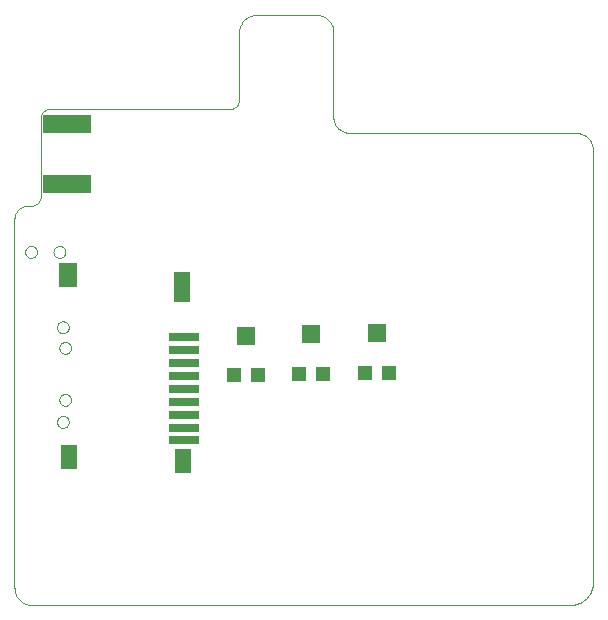
<source format=gbp>
G75*
%MOIN*%
%OFA0B0*%
%FSLAX24Y24*%
%IPPOS*%
%LPD*%
%AMOC8*
5,1,8,0,0,1.08239X$1,22.5*
%
%ADD10C,0.0000*%
%ADD11R,0.0531X0.0791*%
%ADD12R,0.0591X0.0815*%
%ADD13R,0.0531X0.0806*%
%ADD14R,0.1000X0.0295*%
%ADD15R,0.0531X0.1000*%
%ADD16R,0.1600X0.0600*%
%ADD17R,0.0591X0.0630*%
%ADD18R,0.0472X0.0472*%
D10*
X002038Y000848D02*
X002038Y013148D01*
X002041Y013188D01*
X002048Y013227D01*
X002058Y013266D01*
X002072Y013304D01*
X002089Y013340D01*
X002110Y013374D01*
X002133Y013407D01*
X002160Y013437D01*
X002189Y013464D01*
X002220Y013489D01*
X002254Y013511D01*
X002290Y013529D01*
X002327Y013545D01*
X002365Y013556D01*
X002404Y013565D01*
X002444Y013569D01*
X002484Y013570D01*
X002587Y013570D01*
X002586Y013570D02*
X002623Y013573D01*
X002659Y013580D01*
X002694Y013590D01*
X002728Y013605D01*
X002760Y013622D01*
X002790Y013643D01*
X002818Y013667D01*
X002843Y013694D01*
X002865Y013723D01*
X002884Y013755D01*
X002900Y013788D01*
X002912Y013823D01*
X002921Y013858D01*
X002925Y013895D01*
X002926Y013931D01*
X002924Y016531D01*
X002925Y016531D02*
X002927Y016563D01*
X002933Y016594D01*
X002942Y016624D01*
X002955Y016653D01*
X002972Y016680D01*
X002991Y016705D01*
X003014Y016728D01*
X003039Y016747D01*
X003066Y016764D01*
X003095Y016777D01*
X003125Y016786D01*
X003156Y016792D01*
X003188Y016794D01*
X009212Y016794D01*
X009244Y016796D01*
X009276Y016801D01*
X009307Y016809D01*
X009337Y016821D01*
X009366Y016835D01*
X009392Y016853D01*
X009417Y016873D01*
X009440Y016896D01*
X009460Y016921D01*
X009478Y016948D01*
X009492Y016976D01*
X009504Y017006D01*
X009512Y017037D01*
X009517Y017069D01*
X009519Y017101D01*
X009519Y019323D01*
X009521Y019372D01*
X009527Y019420D01*
X009536Y019468D01*
X009549Y019515D01*
X009566Y019561D01*
X009587Y019605D01*
X009611Y019647D01*
X009638Y019688D01*
X009668Y019726D01*
X009701Y019762D01*
X009737Y019795D01*
X009775Y019825D01*
X009816Y019852D01*
X009858Y019876D01*
X009902Y019897D01*
X009948Y019914D01*
X009995Y019927D01*
X010043Y019936D01*
X010091Y019942D01*
X010140Y019944D01*
X012090Y019944D01*
X012135Y019942D01*
X012180Y019937D01*
X012225Y019928D01*
X012269Y019916D01*
X012311Y019900D01*
X012352Y019881D01*
X012392Y019859D01*
X012430Y019834D01*
X012465Y019806D01*
X012499Y019775D01*
X012530Y019741D01*
X012558Y019706D01*
X012583Y019668D01*
X012605Y019628D01*
X012624Y019587D01*
X012640Y019545D01*
X012652Y019501D01*
X012661Y019456D01*
X012666Y019411D01*
X012668Y019366D01*
X012668Y016534D01*
X012670Y016490D01*
X012675Y016447D01*
X012684Y016405D01*
X012697Y016363D01*
X012712Y016322D01*
X012732Y016283D01*
X012754Y016246D01*
X012779Y016210D01*
X012807Y016177D01*
X012838Y016146D01*
X012871Y016118D01*
X012907Y016093D01*
X012944Y016071D01*
X012983Y016051D01*
X013024Y016036D01*
X013066Y016023D01*
X013108Y016014D01*
X013151Y016009D01*
X013195Y016007D01*
X020717Y016007D01*
X020765Y016005D01*
X020813Y015999D01*
X020860Y015990D01*
X020906Y015977D01*
X020952Y015960D01*
X020995Y015940D01*
X021037Y015917D01*
X021077Y015890D01*
X021115Y015860D01*
X021150Y015827D01*
X021183Y015792D01*
X021213Y015754D01*
X021240Y015714D01*
X021263Y015672D01*
X021283Y015629D01*
X021300Y015583D01*
X021313Y015537D01*
X021322Y015490D01*
X021328Y015442D01*
X021330Y015394D01*
X021330Y001050D01*
X021328Y000996D01*
X021323Y000942D01*
X021313Y000889D01*
X021301Y000837D01*
X021284Y000785D01*
X021265Y000735D01*
X021241Y000686D01*
X021215Y000639D01*
X021185Y000594D01*
X021153Y000551D01*
X021117Y000510D01*
X021079Y000472D01*
X021038Y000436D01*
X020995Y000404D01*
X020950Y000374D01*
X020903Y000348D01*
X020854Y000324D01*
X020804Y000305D01*
X020752Y000288D01*
X020700Y000276D01*
X020647Y000266D01*
X020593Y000261D01*
X020539Y000259D01*
X002628Y000259D01*
X002582Y000261D01*
X002536Y000266D01*
X002491Y000275D01*
X002446Y000288D01*
X002403Y000304D01*
X002361Y000323D01*
X002320Y000346D01*
X002282Y000371D01*
X002245Y000400D01*
X002212Y000432D01*
X002180Y000465D01*
X002151Y000502D01*
X002126Y000540D01*
X002103Y000581D01*
X002084Y000623D01*
X002068Y000666D01*
X002055Y000711D01*
X002046Y000756D01*
X002041Y000802D01*
X002039Y000848D01*
X003456Y006369D02*
X003458Y006396D01*
X003464Y006423D01*
X003473Y006449D01*
X003486Y006473D01*
X003502Y006496D01*
X003521Y006515D01*
X003543Y006532D01*
X003567Y006546D01*
X003592Y006556D01*
X003619Y006563D01*
X003646Y006566D01*
X003674Y006565D01*
X003701Y006560D01*
X003727Y006552D01*
X003751Y006540D01*
X003774Y006524D01*
X003795Y006506D01*
X003812Y006485D01*
X003827Y006461D01*
X003838Y006436D01*
X003846Y006410D01*
X003850Y006383D01*
X003850Y006355D01*
X003846Y006328D01*
X003838Y006302D01*
X003827Y006277D01*
X003812Y006253D01*
X003795Y006232D01*
X003774Y006214D01*
X003752Y006198D01*
X003727Y006186D01*
X003701Y006178D01*
X003674Y006173D01*
X003646Y006172D01*
X003619Y006175D01*
X003592Y006182D01*
X003567Y006192D01*
X003543Y006206D01*
X003521Y006223D01*
X003502Y006242D01*
X003486Y006265D01*
X003473Y006289D01*
X003464Y006315D01*
X003458Y006342D01*
X003456Y006369D01*
X003532Y007105D02*
X003534Y007132D01*
X003540Y007159D01*
X003549Y007185D01*
X003562Y007209D01*
X003578Y007232D01*
X003597Y007251D01*
X003619Y007268D01*
X003643Y007282D01*
X003668Y007292D01*
X003695Y007299D01*
X003722Y007302D01*
X003750Y007301D01*
X003777Y007296D01*
X003803Y007288D01*
X003827Y007276D01*
X003850Y007260D01*
X003871Y007242D01*
X003888Y007221D01*
X003903Y007197D01*
X003914Y007172D01*
X003922Y007146D01*
X003926Y007119D01*
X003926Y007091D01*
X003922Y007064D01*
X003914Y007038D01*
X003903Y007013D01*
X003888Y006989D01*
X003871Y006968D01*
X003850Y006950D01*
X003828Y006934D01*
X003803Y006922D01*
X003777Y006914D01*
X003750Y006909D01*
X003722Y006908D01*
X003695Y006911D01*
X003668Y006918D01*
X003643Y006928D01*
X003619Y006942D01*
X003597Y006959D01*
X003578Y006978D01*
X003562Y007001D01*
X003549Y007025D01*
X003540Y007051D01*
X003534Y007078D01*
X003532Y007105D01*
X003532Y008838D02*
X003534Y008865D01*
X003540Y008892D01*
X003549Y008918D01*
X003562Y008942D01*
X003578Y008965D01*
X003597Y008984D01*
X003619Y009001D01*
X003643Y009015D01*
X003668Y009025D01*
X003695Y009032D01*
X003722Y009035D01*
X003750Y009034D01*
X003777Y009029D01*
X003803Y009021D01*
X003827Y009009D01*
X003850Y008993D01*
X003871Y008975D01*
X003888Y008954D01*
X003903Y008930D01*
X003914Y008905D01*
X003922Y008879D01*
X003926Y008852D01*
X003926Y008824D01*
X003922Y008797D01*
X003914Y008771D01*
X003903Y008746D01*
X003888Y008722D01*
X003871Y008701D01*
X003850Y008683D01*
X003828Y008667D01*
X003803Y008655D01*
X003777Y008647D01*
X003750Y008642D01*
X003722Y008641D01*
X003695Y008644D01*
X003668Y008651D01*
X003643Y008661D01*
X003619Y008675D01*
X003597Y008692D01*
X003578Y008711D01*
X003562Y008734D01*
X003549Y008758D01*
X003540Y008784D01*
X003534Y008811D01*
X003532Y008838D01*
X003456Y009523D02*
X003458Y009550D01*
X003464Y009577D01*
X003473Y009603D01*
X003486Y009627D01*
X003502Y009650D01*
X003521Y009669D01*
X003543Y009686D01*
X003567Y009700D01*
X003592Y009710D01*
X003619Y009717D01*
X003646Y009720D01*
X003674Y009719D01*
X003701Y009714D01*
X003727Y009706D01*
X003751Y009694D01*
X003774Y009678D01*
X003795Y009660D01*
X003812Y009639D01*
X003827Y009615D01*
X003838Y009590D01*
X003846Y009564D01*
X003850Y009537D01*
X003850Y009509D01*
X003846Y009482D01*
X003838Y009456D01*
X003827Y009431D01*
X003812Y009407D01*
X003795Y009386D01*
X003774Y009368D01*
X003752Y009352D01*
X003727Y009340D01*
X003701Y009332D01*
X003674Y009327D01*
X003646Y009326D01*
X003619Y009329D01*
X003592Y009336D01*
X003567Y009346D01*
X003543Y009360D01*
X003521Y009377D01*
X003502Y009396D01*
X003486Y009419D01*
X003473Y009443D01*
X003464Y009469D01*
X003458Y009496D01*
X003456Y009523D01*
X003337Y012035D02*
X003339Y012062D01*
X003345Y012089D01*
X003354Y012115D01*
X003367Y012139D01*
X003383Y012162D01*
X003402Y012181D01*
X003424Y012198D01*
X003448Y012212D01*
X003473Y012222D01*
X003500Y012229D01*
X003527Y012232D01*
X003555Y012231D01*
X003582Y012226D01*
X003608Y012218D01*
X003632Y012206D01*
X003655Y012190D01*
X003676Y012172D01*
X003693Y012151D01*
X003708Y012127D01*
X003719Y012102D01*
X003727Y012076D01*
X003731Y012049D01*
X003731Y012021D01*
X003727Y011994D01*
X003719Y011968D01*
X003708Y011943D01*
X003693Y011919D01*
X003676Y011898D01*
X003655Y011880D01*
X003633Y011864D01*
X003608Y011852D01*
X003582Y011844D01*
X003555Y011839D01*
X003527Y011838D01*
X003500Y011841D01*
X003473Y011848D01*
X003448Y011858D01*
X003424Y011872D01*
X003402Y011889D01*
X003383Y011908D01*
X003367Y011931D01*
X003354Y011955D01*
X003345Y011981D01*
X003339Y012008D01*
X003337Y012035D01*
X002393Y012035D02*
X002395Y012062D01*
X002401Y012089D01*
X002410Y012115D01*
X002423Y012139D01*
X002439Y012162D01*
X002458Y012181D01*
X002480Y012198D01*
X002504Y012212D01*
X002529Y012222D01*
X002556Y012229D01*
X002583Y012232D01*
X002611Y012231D01*
X002638Y012226D01*
X002664Y012218D01*
X002688Y012206D01*
X002711Y012190D01*
X002732Y012172D01*
X002749Y012151D01*
X002764Y012127D01*
X002775Y012102D01*
X002783Y012076D01*
X002787Y012049D01*
X002787Y012021D01*
X002783Y011994D01*
X002775Y011968D01*
X002764Y011943D01*
X002749Y011919D01*
X002732Y011898D01*
X002711Y011880D01*
X002689Y011864D01*
X002664Y011852D01*
X002638Y011844D01*
X002611Y011839D01*
X002583Y011838D01*
X002556Y011841D01*
X002529Y011848D01*
X002504Y011858D01*
X002480Y011872D01*
X002458Y011889D01*
X002439Y011908D01*
X002423Y011931D01*
X002410Y011955D01*
X002401Y011981D01*
X002395Y012008D01*
X002393Y012035D01*
D11*
X007658Y005073D03*
D12*
X003824Y011251D03*
D13*
X003857Y005198D03*
D14*
X007703Y005767D03*
X007703Y006180D03*
X007703Y006613D03*
X007703Y007046D03*
X007703Y007479D03*
X007703Y007912D03*
X007703Y008346D03*
X007703Y008779D03*
X007703Y009212D03*
D15*
X007625Y010857D03*
D16*
X003775Y014286D03*
X003775Y016286D03*
D17*
X009755Y009239D03*
X011916Y009286D03*
X014121Y009318D03*
D18*
X013727Y008009D03*
X014515Y008009D03*
X012310Y007977D03*
X011523Y007977D03*
X010149Y007930D03*
X009361Y007930D03*
M02*

</source>
